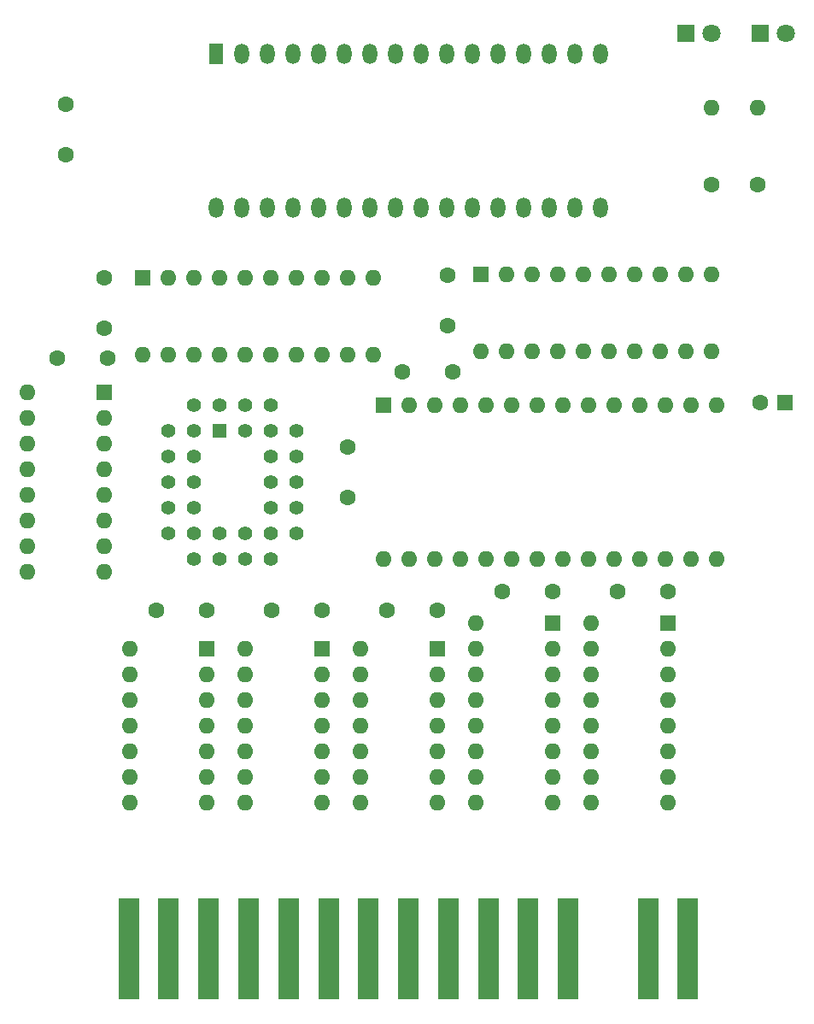
<source format=gbr>
%TF.GenerationSoftware,KiCad,Pcbnew,7.0.10*%
%TF.CreationDate,2024-01-21T16:19:02+01:00*%
%TF.ProjectId,p2000t-slot2-datacartridge,70323030-3074-42d7-936c-6f74322d6461,rev?*%
%TF.SameCoordinates,Original*%
%TF.FileFunction,Soldermask,Top*%
%TF.FilePolarity,Negative*%
%FSLAX46Y46*%
G04 Gerber Fmt 4.6, Leading zero omitted, Abs format (unit mm)*
G04 Created by KiCad (PCBNEW 7.0.10) date 2024-01-21 16:19:02*
%MOMM*%
%LPD*%
G01*
G04 APERTURE LIST*
%ADD10R,1.800000X1.800000*%
%ADD11C,1.800000*%
%ADD12C,1.600000*%
%ADD13O,1.600000X1.600000*%
%ADD14R,1.600000X1.600000*%
%ADD15R,2.000000X10.000000*%
%ADD16R,1.422400X1.422400*%
%ADD17C,1.422400*%
%ADD18R,1.440000X2.000000*%
%ADD19O,1.440000X2.000000*%
G04 APERTURE END LIST*
D10*
%TO.C,D2*%
X118359000Y-57150000D03*
D11*
X120899000Y-57150000D03*
%TD*%
D12*
%TO.C,R1*%
X113538000Y-72136000D03*
D13*
X113538000Y-64516000D03*
%TD*%
D10*
%TO.C,D1*%
X110993000Y-57150000D03*
D11*
X113533000Y-57150000D03*
%TD*%
D12*
%TO.C,R2*%
X118110000Y-72136000D03*
D13*
X118110000Y-64516000D03*
%TD*%
D14*
%TO.C,U3*%
X53330000Y-92700000D03*
D13*
X53330000Y-95240000D03*
X53330000Y-97780000D03*
X53330000Y-100320000D03*
X53330000Y-102860000D03*
X53330000Y-105400000D03*
X53330000Y-107940000D03*
X53330000Y-110480000D03*
X45710000Y-110480000D03*
X45710000Y-107940000D03*
X45710000Y-105400000D03*
X45710000Y-102860000D03*
X45710000Y-100320000D03*
X45710000Y-97780000D03*
X45710000Y-95240000D03*
X45710000Y-92700000D03*
%TD*%
D14*
%TO.C,U2*%
X86360000Y-118110000D03*
D13*
X86360000Y-120650000D03*
X86360000Y-123190000D03*
X86360000Y-125730000D03*
X86360000Y-128270000D03*
X86360000Y-130810000D03*
X86360000Y-133350000D03*
X78740000Y-133350000D03*
X78740000Y-130810000D03*
X78740000Y-128270000D03*
X78740000Y-125730000D03*
X78740000Y-123190000D03*
X78740000Y-120650000D03*
X78740000Y-118110000D03*
%TD*%
D14*
%TO.C,U1*%
X74930000Y-118105000D03*
D13*
X74930000Y-120645000D03*
X74930000Y-123185000D03*
X74930000Y-125725000D03*
X74930000Y-128265000D03*
X74930000Y-130805000D03*
X74930000Y-133345000D03*
X67310000Y-133345000D03*
X67310000Y-130805000D03*
X67310000Y-128265000D03*
X67310000Y-125725000D03*
X67310000Y-123185000D03*
X67310000Y-120645000D03*
X67310000Y-118105000D03*
%TD*%
D14*
%TO.C,U4*%
X63500000Y-118105000D03*
D13*
X63500000Y-120645000D03*
X63500000Y-123185000D03*
X63500000Y-125725000D03*
X63500000Y-128265000D03*
X63500000Y-130805000D03*
X63500000Y-133345000D03*
X55880000Y-133345000D03*
X55880000Y-130805000D03*
X55880000Y-128265000D03*
X55880000Y-125725000D03*
X55880000Y-123185000D03*
X55880000Y-120645000D03*
X55880000Y-118105000D03*
%TD*%
D14*
%TO.C,U5*%
X90678000Y-81026000D03*
D13*
X93218000Y-81026000D03*
X95758000Y-81026000D03*
X98298000Y-81026000D03*
X100838000Y-81026000D03*
X103378000Y-81026000D03*
X105918000Y-81026000D03*
X108458000Y-81026000D03*
X110998000Y-81026000D03*
X113538000Y-81026000D03*
X113538000Y-88646000D03*
X110998000Y-88646000D03*
X108458000Y-88646000D03*
X105918000Y-88646000D03*
X103378000Y-88646000D03*
X100838000Y-88646000D03*
X98298000Y-88646000D03*
X95758000Y-88646000D03*
X93218000Y-88646000D03*
X90678000Y-88646000D03*
%TD*%
D15*
%TO.C,J1*%
X55742000Y-147828000D03*
X59702000Y-147828000D03*
X63662000Y-147828000D03*
X67622000Y-147828000D03*
X71582000Y-147828000D03*
X75542000Y-147828000D03*
X79502000Y-147828000D03*
X83462000Y-147828000D03*
X87422000Y-147828000D03*
X91382000Y-147828000D03*
X95342000Y-147828000D03*
X99302000Y-147828000D03*
X107236400Y-147828000D03*
X111182000Y-147828000D03*
%TD*%
D14*
%TO.C,U6*%
X57155000Y-81290000D03*
D13*
X59695000Y-81290000D03*
X62235000Y-81290000D03*
X64775000Y-81290000D03*
X67315000Y-81290000D03*
X69855000Y-81290000D03*
X72395000Y-81290000D03*
X74935000Y-81290000D03*
X77475000Y-81290000D03*
X80015000Y-81290000D03*
X80015000Y-88910000D03*
X77475000Y-88910000D03*
X74935000Y-88910000D03*
X72395000Y-88910000D03*
X69855000Y-88910000D03*
X67315000Y-88910000D03*
X64775000Y-88910000D03*
X62235000Y-88910000D03*
X59695000Y-88910000D03*
X57155000Y-88910000D03*
%TD*%
D12*
%TO.C,C1*%
X58500000Y-114300000D03*
X63500000Y-114300000D03*
%TD*%
%TO.C,C2*%
X69930000Y-114300000D03*
X74930000Y-114300000D03*
%TD*%
%TO.C,C3*%
X81360000Y-114300000D03*
X86360000Y-114300000D03*
%TD*%
%TO.C,C4*%
X104220000Y-112395000D03*
X109220000Y-112395000D03*
%TD*%
%TO.C,C5*%
X53340000Y-86290000D03*
X53340000Y-81290000D03*
%TD*%
%TO.C,C6*%
X48660000Y-89275000D03*
X53660000Y-89275000D03*
%TD*%
%TO.C,C8*%
X82884000Y-90678000D03*
X87884000Y-90678000D03*
%TD*%
%TO.C,C9*%
X49530000Y-69175000D03*
X49530000Y-64175000D03*
%TD*%
D16*
%TO.C,U8*%
X64770000Y-96520000D03*
D17*
X67310000Y-93980000D03*
X67310000Y-96520000D03*
X69850000Y-93980000D03*
X72390000Y-96520000D03*
X69850000Y-96520000D03*
X72390000Y-99060000D03*
X69850000Y-99060000D03*
X72390000Y-101600000D03*
X69850000Y-101600000D03*
X72390000Y-104140000D03*
X69850000Y-104140000D03*
X72390000Y-106680000D03*
X69850000Y-109220000D03*
X69850000Y-106680000D03*
X67310000Y-109220000D03*
X67310000Y-106680000D03*
X64770000Y-109220000D03*
X64770000Y-106680000D03*
X62230000Y-109220000D03*
X59690000Y-106680000D03*
X62230000Y-106680000D03*
X59690000Y-104140000D03*
X62230000Y-104140000D03*
X59690000Y-101600000D03*
X62230000Y-101600000D03*
X59690000Y-99060000D03*
X62230000Y-99060000D03*
X59690000Y-96520000D03*
X62230000Y-93980000D03*
X62230000Y-96520000D03*
X64770000Y-93980000D03*
%TD*%
D14*
%TO.C,U7*%
X109220000Y-115570000D03*
D13*
X109220000Y-118110000D03*
X109220000Y-120650000D03*
X109220000Y-123190000D03*
X109220000Y-125730000D03*
X109220000Y-128270000D03*
X109220000Y-130810000D03*
X109220000Y-133350000D03*
X101600000Y-133350000D03*
X101600000Y-130810000D03*
X101600000Y-128270000D03*
X101600000Y-125730000D03*
X101600000Y-123190000D03*
X101600000Y-120650000D03*
X101600000Y-118110000D03*
X101600000Y-115570000D03*
%TD*%
D12*
%TO.C,C7*%
X87376000Y-86066000D03*
X87376000Y-81066000D03*
%TD*%
%TO.C,C10*%
X92790000Y-112395000D03*
X97790000Y-112395000D03*
%TD*%
D14*
%TO.C,C11*%
X120816400Y-93726000D03*
D12*
X118316400Y-93726000D03*
%TD*%
D14*
%TO.C,U9*%
X97780000Y-115560000D03*
D13*
X97780000Y-118100000D03*
X97780000Y-120640000D03*
X97780000Y-123180000D03*
X97780000Y-125720000D03*
X97780000Y-128260000D03*
X97780000Y-130800000D03*
X97780000Y-133340000D03*
X90160000Y-133340000D03*
X90160000Y-130800000D03*
X90160000Y-128260000D03*
X90160000Y-125720000D03*
X90160000Y-123180000D03*
X90160000Y-120640000D03*
X90160000Y-118100000D03*
X90160000Y-115560000D03*
%TD*%
D18*
%TO.C,U10*%
X64398000Y-59147500D03*
D19*
X66938000Y-59147500D03*
X69478000Y-59147500D03*
X72018000Y-59147500D03*
X74558000Y-59147500D03*
X77098000Y-59147500D03*
X79638000Y-59147500D03*
X82178000Y-59147500D03*
X84718000Y-59147500D03*
X87258000Y-59147500D03*
X89798000Y-59147500D03*
X92338000Y-59147500D03*
X94878000Y-59147500D03*
X97418000Y-59147500D03*
X99958000Y-59147500D03*
X102498000Y-59147500D03*
X102498000Y-74387500D03*
X99958000Y-74387500D03*
X97418000Y-74387500D03*
X94878000Y-74387500D03*
X92338000Y-74387500D03*
X89798000Y-74387500D03*
X87258000Y-74387500D03*
X84718000Y-74387500D03*
X82178000Y-74387500D03*
X79638000Y-74387500D03*
X77098000Y-74387500D03*
X74558000Y-74387500D03*
X72018000Y-74387500D03*
X69478000Y-74387500D03*
X66938000Y-74387500D03*
X64398000Y-74387500D03*
%TD*%
D12*
%TO.C,C12*%
X77470000Y-98084000D03*
X77470000Y-103084000D03*
%TD*%
D14*
%TO.C,U11*%
X81026000Y-93975000D03*
D13*
X83566000Y-93975000D03*
X86106000Y-93975000D03*
X88646000Y-93975000D03*
X91186000Y-93975000D03*
X93726000Y-93975000D03*
X96266000Y-93975000D03*
X98806000Y-93975000D03*
X101346000Y-93975000D03*
X103886000Y-93975000D03*
X106426000Y-93975000D03*
X108966000Y-93975000D03*
X111506000Y-93975000D03*
X114046000Y-93975000D03*
X114046000Y-109215000D03*
X111506000Y-109215000D03*
X108966000Y-109215000D03*
X106426000Y-109215000D03*
X103886000Y-109215000D03*
X101346000Y-109215000D03*
X98806000Y-109215000D03*
X96266000Y-109215000D03*
X93726000Y-109215000D03*
X91186000Y-109215000D03*
X88646000Y-109215000D03*
X86106000Y-109215000D03*
X83566000Y-109215000D03*
X81026000Y-109215000D03*
%TD*%
M02*

</source>
